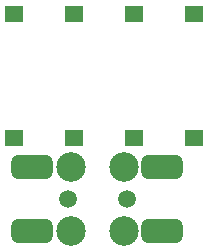
<source format=gbr>
%TF.GenerationSoftware,KiCad,Pcbnew,7.0.2*%
%TF.CreationDate,2024-04-02T19:02:07-04:00*%
%TF.ProjectId,filt2,66696c74-322e-46b6-9963-61645f706362,rev?*%
%TF.SameCoordinates,Original*%
%TF.FileFunction,Soldermask,Top*%
%TF.FilePolarity,Negative*%
%FSLAX46Y46*%
G04 Gerber Fmt 4.6, Leading zero omitted, Abs format (unit mm)*
G04 Created by KiCad (PCBNEW 7.0.2) date 2024-04-02 19:02:07*
%MOMM*%
%LPD*%
G01*
G04 APERTURE LIST*
G04 Aperture macros list*
%AMRoundRect*
0 Rectangle with rounded corners*
0 $1 Rounding radius*
0 $2 $3 $4 $5 $6 $7 $8 $9 X,Y pos of 4 corners*
0 Add a 4 corners polygon primitive as box body*
4,1,4,$2,$3,$4,$5,$6,$7,$8,$9,$2,$3,0*
0 Add four circle primitives for the rounded corners*
1,1,$1+$1,$2,$3*
1,1,$1+$1,$4,$5*
1,1,$1+$1,$6,$7*
1,1,$1+$1,$8,$9*
0 Add four rect primitives between the rounded corners*
20,1,$1+$1,$2,$3,$4,$5,0*
20,1,$1+$1,$4,$5,$6,$7,0*
20,1,$1+$1,$6,$7,$8,$9,0*
20,1,$1+$1,$8,$9,$2,$3,0*%
G04 Aperture macros list end*
%ADD10R,1.524000X1.397000*%
%ADD11C,1.500000*%
%ADD12C,2.500000*%
%ADD13RoundRect,0.500000X-1.250000X0.500000X-1.250000X-0.500000X1.250000X-0.500000X1.250000X0.500000X0*%
G04 APERTURE END LIST*
D10*
%TO.C,U1*%
X117460000Y-94135500D03*
X117460000Y-83594500D03*
X122540000Y-94135500D03*
X122540000Y-83594500D03*
X127620000Y-94135500D03*
X127620000Y-83594500D03*
X132700000Y-94135500D03*
X132700000Y-83594500D03*
%TD*%
D11*
%TO.C,J2*%
X122000000Y-99300000D03*
D12*
X122250000Y-96600000D03*
D13*
X119000000Y-96600000D03*
D12*
X122250000Y-102000000D03*
D13*
X119000000Y-102000000D03*
%TD*%
D11*
%TO.C,J1*%
X127000000Y-99300000D03*
D12*
X126750000Y-96600000D03*
D13*
X130000000Y-96600000D03*
D12*
X126750000Y-102000000D03*
D13*
X130000000Y-102000000D03*
%TD*%
M02*

</source>
